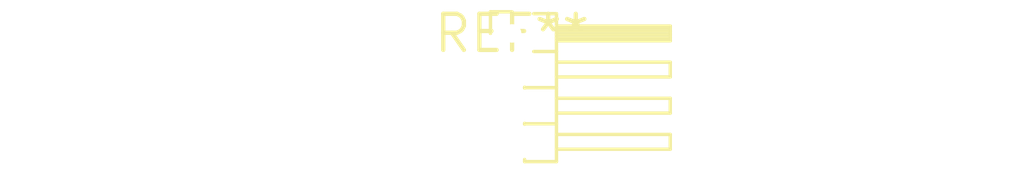
<source format=kicad_pcb>
(kicad_pcb (version 20240108) (generator pcbnew)
  (layers (0 "F.Cu" signal) (31 "B.Cu" signal) (34 "B.Paste" user) (35 "F.Paste" user) (36 "B.SilkS" user "B.Silkscreen") (37 "F.SilkS" user "F.Silkscreen") (38 "B.Mask" user) (39 "F.Mask" user) (44 "Edge.Cuts" user))
  (net 0 "")
  (footprint "PinHeader_1x04_P1.27mm_Horizontal" (layer "F.Cu") (at 0 0)
    (property "Reference" "REF**")
    (property "Value" "PinHeader_1x04_P1.27mm_Horizontal")
    (fp_line (start -0.76 -0.76) (end 0 -0.76) (layer "F.SilkS") (stroke (width 0.12)))
    (fp_line (start -0.76 0) (end -0.76 -0.76) (layer "F.SilkS") (stroke (width 0.12)))
    (fp_line (start 0.44 1.889677) (end 0.44 1.920323) (layer "F.SilkS") (stroke (width 0.12)))
    (fp_line (start 0.44 1.905) (end 1.56 1.905) (layer "F.SilkS") (stroke (width 0.12)))
    (fp_line (start 0.44 3.159677) (end 0.44 3.190323) (layer "F.SilkS") (stroke (width 0.12)))
    (fp_line (start 0.44 3.175) (end 1.56 3.175) (layer "F.SilkS") (stroke (width 0.12)))
    (fp_line (start 0.44 4.505) (end 0.44 4.429677) (layer "F.SilkS") (stroke (width 0.12)))
    (fp_line (start 0.76 -0.695) (end 1.56 -0.695) (layer "F.SilkS") (stroke (width 0.12)))
    (fp_line (start 0.76 0.635) (end 1.56 0.635) (layer "F.SilkS") (stroke (width 0.12)))
    (fp_line (start 1.56 -0.695) (end 1.56 4.505) (layer "F.SilkS") (stroke (width 0.12)))
    (fp_line (start 1.56 -0.26) (end 5.56 -0.26) (layer "F.SilkS") (stroke (width 0.12)))
    (fp_line (start 1.56 -0.2) (end 5.56 -0.2) (layer "F.SilkS") (stroke (width 0.12)))
    (fp_line (start 1.56 -0.08) (end 5.56 -0.08) (layer "F.SilkS") (stroke (width 0.12)))
    (fp_line (start 1.56 0.04) (end 5.56 0.04) (layer "F.SilkS") (stroke (width 0.12)))
    (fp_line (start 1.56 0.16) (end 5.56 0.16) (layer "F.SilkS") (stroke (width 0.12)))
    (fp_line (start 1.56 1.01) (end 5.56 1.01) (layer "F.SilkS") (stroke (width 0.12)))
    (fp_line (start 1.56 2.28) (end 5.56 2.28) (layer "F.SilkS") (stroke (width 0.12)))
    (fp_line (start 1.56 3.55) (end 5.56 3.55) (layer "F.SilkS") (stroke (width 0.12)))
    (fp_line (start 1.56 4.505) (end 0.44 4.505) (layer "F.SilkS") (stroke (width 0.12)))
    (fp_line (start 5.56 -0.26) (end 5.56 0.26) (layer "F.SilkS") (stroke (width 0.12)))
    (fp_line (start 5.56 0.26) (end 1.56 0.26) (layer "F.SilkS") (stroke (width 0.12)))
    (fp_line (start 5.56 1.01) (end 5.56 1.53) (layer "F.SilkS") (stroke (width 0.12)))
    (fp_line (start 5.56 1.53) (end 1.56 1.53) (layer "F.SilkS") (stroke (width 0.12)))
    (fp_line (start 5.56 2.28) (end 5.56 2.8) (layer "F.SilkS") (stroke (width 0.12)))
    (fp_line (start 5.56 2.8) (end 1.56 2.8) (layer "F.SilkS") (stroke (width 0.12)))
    (fp_line (start 5.56 3.55) (end 5.56 4.07) (layer "F.SilkS") (stroke (width 0.12)))
    (fp_line (start 5.56 4.07) (end 1.56 4.07) (layer "F.SilkS") (stroke (width 0.12)))
    (pad "1" thru_hole rect (at 0 0) (size 1 1) (drill 0.65) (layers *.Cu *.Mask) (remove_unused_layers))
    (pad "2" thru_hole oval (at 0 1.27) (size 1 1) (drill 0.65) (layers *.Cu *.Mask) (remove_unused_layers))
    (pad "3" thru_hole oval (at 0 2.54) (size 1 1) (drill 0.65) (layers *.Cu *.Mask) (remove_unused_layers))
    (pad "4" thru_hole oval (at 0 3.81) (size 1 1) (drill 0.65) (layers *.Cu *.Mask) (remove_unused_layers))
  )
)
</source>
